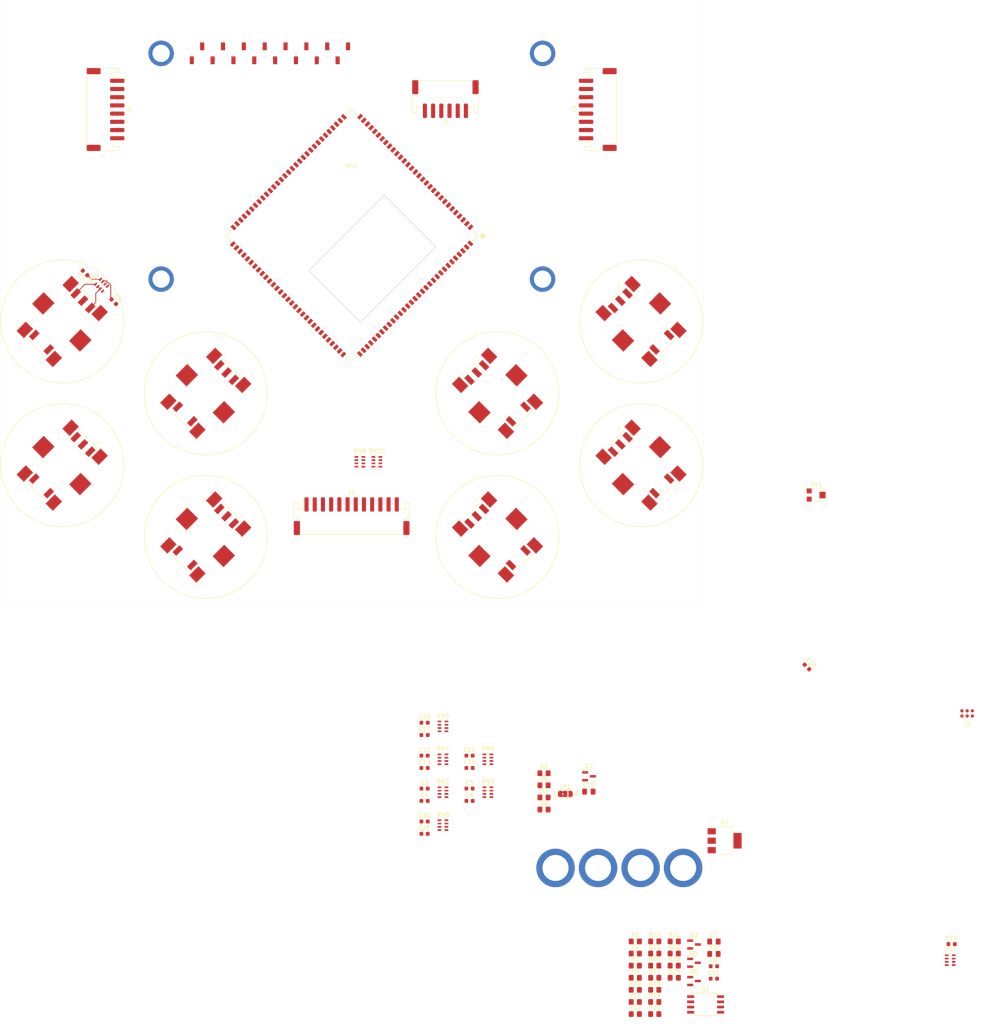
<source format=kicad_pcb>
(kicad_pcb (version 20221018) (generator pcbnew)
  (layers (0 "F.Cu" signal) (1 "In1.Cu" signal) (2 "In2.Cu" signal) (31 "B.Cu" signal) (34 "B.Paste" user) (35 "F.Paste" user) (36 "B.SilkS" user "B.Silkscreen") (37 "F.SilkS" user "F.Silkscreen") (38 "B.Mask" user) (39 "F.Mask" user) (44 "Edge.Cuts" user))
  (net 0 "")
  (net 1 "+5V")
  (net 2 "GND")
  (net 3 "+2V5")
  (net 4 "+3V3")
  (net 5 "Net-(DS2-V0)")
  (net 6 "/FPGA/lcd.rs")
  (net 10 "/FPGA/lcd.e")
  (net 11 "/FPGA/lcd.data0")
  (net 12 "/FPGA/lcd.data1")
  (net 13 "/FPGA/lcd.data2")
  (net 14 "Net-(DS2-K)")
  (net 15 "/FPGA/vol.quad")
  (net 16 "/FPGA/vol.sq")
  (net 17 "/FPGA/vol.zero")
  (net 18 "/FPGA/pitch.quad")
  (net 19 "/FPGA/pitch.sq")
  (net 20 "/FPGA/TMS")
  (net 21 "/FPGA/TDI")
  (net 22 "/FPGA/TCK")
  (net 23 "/FPGA/TDO")
  (net 24 "/FPGA/pitch.zero")
  (net 25 "/FPGA/tuner.oe")
  (net 26 "/FPGA/tuner.le")
  (net 27 "/FPGA/tuner.sda")
  (net 28 "/FPGA/tuner.scl")
  (net 29 "/FPGA/lcd.data3")
  (net 30 "uart_tx_5v")
  (net 31 "Net-(Q2-B)")
  (net 32 "Net-(Q2-E)")
  (net 33 "uart_rx_5v")
  (net 34 "midi_out_lo")
  (net 35 "mute_led")
  (net 36 "/uart_rx_3v")
  (net 37 "Net-(Q3-D)")
  (net 38 "/uart_tx_3v")
  (net 39 "Net-(Q4-D)")
  (net 40 "/midi_tx_n")
  (net 41 "Net-(Q5-D)")
  (net 42 "/FPGA/mem_spi.cs")
  (net 43 "midi_in")
  (net 44 "spdif_line")
  (net 45 "spdif_mon")
  (net 46 "acal_btn")
  (net 47 "mute_btn")
  (net 48 "/FPGA/mem_spi.do")
  (net 49 "Net-(U1-~{WP})")
  (net 50 "/FPGA/mem_spi.di")
  (net 51 "/FPGA/mem_spi.cl")
  (net 52 "Net-(U1-~{HOLD})")
  (net 53 "/spdif_tx_0")
  (net 54 "Net-(C9-Pad2)")
  (net 55 "Net-(C10-Pad1)")
  (net 56 "/spdif_tx_1")
  (net 57 "Net-(C11-Pad2)")
  (net 58 "/FPGA/lcd.pwm")
  (net 59 "/encoder/B1")
  (net 60 "/encoder/A1")
  (net 61 "enc_1.a")
  (net 62 "enc_1.b")
  (net 63 "enc_2.a")
  (net 64 "enc_2.b")
  (net 65 "enc_3.a")
  (net 66 "enc_3.b")
  (net 67 "enc_5.a")
  (net 68 "enc_5.b")
  (net 69 "enc_4.a")
  (net 70 "enc_4.b")
  (net 71 "enc_6.a")
  (net 72 "enc_6.b")
  (net 73 "enc_7.a")
  (net 74 "enc_7.b")
  (net 75 "/encoder1/B1")
  (net 76 "/encoder1/A1")
  (net 77 "/encoder2/B1")
  (net 78 "/encoder2/A1")
  (net 79 "/encoder3/B1")
  (net 80 "/encoder3/A1")
  (net 81 "/encoder4/B1")
  (net 82 "/encoder4/A1")
  (net 83 "/encoder7/B1")
  (net 84 "/encoder7/A1")
  (net 85 "/encoder5/B1")
  (net 86 "/encoder5/A1")
  (net 87 "/encoder6/B1")
  (net 88 "/encoder6/A1")
  (net 89 "enc_4.s")
  (net 93 "enc_8.a")
  (net 94 "enc_8.b")
  (net 108 "enc_2.s")
  (net 115 "enc_1.s")
  (net 122 "enc_3.s")
  (net 129 "enc_6.s")
  (net 136 "enc_5.s")
  (net 143 "enc_7.s")
  (net 150 "enc_8.s")
  (footprint "Resistor_SMD:R_0805_2012Metric_Pad1.20x1.40mm_HandSolder" (layer "F.Cu") (at 69.15 127.705)
    (fp_text reference "R9")
    (fp_text value "470")
  )
  (footprint "Package_TO_SOT_SMD:SOT-23" (layer "F.Cu") (at 57.87 78.625)
    (fp_text reference "Q2")
    (fp_text value "MMBT3904")
  )
  (footprint "d-lev:PEC11S-929K" (layer "F.Cu") (at 70.56 2.82 -135)
    (fp_text reference "SW7" hide)
    (fp_text value "RotaryEncoder_Switch" hide)
  )
  (footprint "d-lev:JST_PH_S8B-PH-SM4-TB_1x08-1MP_P2.00mm_Horizontal" (layer "F.Cu") (at 60 -83.82 90)
    (fp_text reference "J3")
    (fp_text value "S8B-PH-SM4-TB")
  )
  (footprint "Jumper:SolderJumper-3_P1.3mm_Bridged2Bar12_RoundedPad1.0x1.5mm_NumberLabels" (layer "F.Cu") (at 52.1 82.925)
    (fp_text reference "JP1")
    (fp_text value "LCD_VSEL")
  )
  (footprint "Resistor_SMD:R_Array_Concave_4x0603" (layer "F.Cu") (at 2 2)
    (fp_text reference "RN9")
    (fp_text value "4.7k")
  )
  (footprint "Resistor_SMD:R_0805_2012Metric_Pad1.20x1.40mm_HandSolder" (layer "F.Cu") (at 78.65 118.855)
    (fp_text reference "R21")
    (fp_text value "10k")
  )
  (footprint "Resistor_SMD:R_Array_Concave_4x0603" (layer "F.Cu") (at -61 -41 45)
    (fp_text reference "RN1")
    (fp_text value "4.7k")
  )
  (footprint "Package_SO:SOIC-8W_5.3x5.3mm_P1.27mm" (layer "F.Cu") (at 86.3 134.205)
    (fp_text reference "U1")
    (fp_text value "25LCxxx")
  )
  (footprint "d-lev:PEC11S-929K" (layer "F.Cu") (at -70.56 -32.18 135)
    (fp_text reference "SW1" hide)
    (fp_text value "RotaryEncoder_Switch" hide)
  )
  (footprint "Resistor_SMD:R_0805_2012Metric_Pad1.20x1.40mm_HandSolder" (layer "F.Cu") (at 78.65 124.755)
    (fp_text reference "R23")
    (fp_text value "1k")
  )
  (footprint "d-lev:SMTSO-M4" (layer "F.Cu") (at 60.08 90.95)
    (fp_text reference "H2" hide)
    (fp_text value "MountingHole_Pad")
  )
  (footprint "Capacitor_SMD:C_0805_2012Metric_Pad1.18x1.45mm_HandSolder" (layer "F.Cu") (at 57.83 82.355)
    (fp_text reference "C10")
    (fp_text value ".1u")
  )
  (footprint "Capacitor_SMD:C_0603_1608Metric" (layer "F.Cu") (at 88.32 127.915)
    (fp_text reference "C11")
    (fp_text value ".01u")
  )
  (footprint "Potentiometer_SMD:Potentiometer_Bourns_TC33X_Vertical" (layer "F.Cu") (at 113.35 10.1)
    (fp_text reference "RV1")
    (fp_text value "10K")
  )
  (footprint "Resistor_SMD:R_0805_2012Metric_Pad1.20x1.40mm_HandSolder" (layer "F.Cu") (at 46.9 80.825)
    (fp_text reference "R6")
    (fp_text value "22")
  )
  (footprint "d-lev:SMTSO-M3" (layer "F.Cu") (at -46.45 -97.5)
    (fp_text reference "H6" hide)
    (fp_text value "M3 Standoff")
  )
  (footprint "Resistor_SMD:R_0805_2012Metric_Pad1.20x1.40mm_HandSolder" (layer "F.Cu") (at 73.9 130.655)
    (fp_text reference "R18")
    (fp_text value "10k")
  )
  (footprint "Resistor_SMD:R_0805_2012Metric_Pad1.20x1.40mm_HandSolder" (layer "F.Cu") (at 69.15 136.555)
    (fp_text reference "R12")
    (fp_text value "470")
  )
  (footprint "Resistor_SMD:R_0805_2012Metric_Pad1.20x1.40mm_HandSolder" (layer "F.Cu") (at 69.15 133.605)
    (fp_text reference "R11")
    (fp_text value "470")
  )
  (footprint "Resistor_SMD:R_Array_Concave_4x0603" (layer "F.Cu") (at 22.26 66.47)
    (fp_text reference "RN6")
    (fp_text value "4.7k")
  )
  (footprint "Resistor_SMD:R_Array_Concave_4x0603" (layer "F.Cu") (at 6.15 2)
    (fp_text reference "RN10")
    (fp_text value "4.7k")
  )
  (footprint "Resistor_SMD:R_0805_2012Metric_Pad1.20x1.40mm_HandSolder" (layer "F.Cu") (at 69.15 121.805)
    (fp_text reference "R2")
    (fp_text value "10k")
  )
  (footprint "Resistor_SMD:R_Array_Concave_4x0603" (layer "F.Cu") (at 22.26 90.53)
    (fp_text reference "RN8")
    (fp_text value "4.7k")
  )
  (footprint "d-lev:PEC11S-929K" (layer "F.Cu") (at 70.56 -32.18 -135)
    (fp_text reference "SW5" hide)
    (fp_text value "RotaryEncoder_Switch" hide)
  )
  (footprint "d-lev:SMTSO-M3" (layer "F.Cu") (at 46.55 -42.5)
    (fp_text reference "H8" hide)
    (fp_text value "M3 Standoff")
  )
  (footprint "Resistor_SMD:R_0805_2012Metric_Pad1.20x1.40mm_HandSolder" (layer "F.Cu") (at 78.65 127.705)
    (fp_text reference "R24")
    (fp_text value "220")
  )
  (footprint "Capacitor_SMD:C_0603_1608Metric" (layer "F.Cu") (at 88.32 124.905)
    (fp_text reference "C9")
    (fp_text value ".01u")
  )
  (footprint "d-lev:JST_PH_S8B-PH-SM4-TB_1x08-1MP_P2.00mm_Horizontal" (layer "F.Cu") (at -60 -83.82 -90)
    (fp_text reference "J4")
    (fp_text value "S8B-PH-SM4-TB")
  )
  (footprint "Capacitor_SMD:C_0603_1608Metric" (layer "F.Cu") (at -65 -44 135)
    (fp_text reference "C2")
    (fp_text value ".01u")
  )
  (footprint "Resistor_SMD:R_0805_2012Metric_Pad1.20x1.40mm_HandSolder" (layer "F.Cu") (at 73.9 118.855)
    (fp_text reference "R14")
    (fp_text value "10k")
  )
  (footprint "Capacitor_SMD:C_0603_1608Metric" (layer "F.Cu") (at 17.78 65.57)
    (fp_text reference "C16")
    (fp_text value ".01u")
  )
  (footprint "Resistor_SMD:R_0805_2012Metric_Pad1.20x1.40mm_HandSolder" (layer "F.Cu") (at 73.9 127.705)
    (fp_text reference "R17")
    (fp_text value "10k")
  )
  (footprint "d-lev:PEC11S-929K" (layer "F.Cu") (at -35.56 20.32 135)
    (fp_text reference "SW4" hide)
    (fp_text value "RotaryEncoder_Switch" hide)
  )
  (footprint "Resistor_SMD:R_0805_2012Metric_Pad1.20x1.40mm_HandSolder" (layer "F.Cu") (at 73.9 124.755)
    (fp_text reference "R16")
    (fp_text value "10k")
  )
  (footprint "Resistor_SMD:R_0805_2012Metric_Pad1.20x1.40mm_HandSolder" (layer "F.Cu") (at 69.15 124.755)
    (fp_text reference "R3")
    (fp_text value "10k")
  )
  (footprint "Capacitor_SMD:C_0603_1608Metric" (layer "F.Cu") (at -58 -37 -45)
    (fp_text reference "C1")
    (fp_text value ".01u")
  )
  (footprint "Resistor_SMD:R_Array_Concave_4x0603" (layer "F.Cu") (at 33.22 74.49)
    (fp_text reference "RN5")
    (fp_text value "4.7k")
  )
  (footprint "Resistor_SMD:R_0805_2012Metric_Pad1.20x1.40mm_HandSolder" (layer "F.Cu") (at 69.15 130.655)
    (fp_text reference "R10")
    (fp_text value "470")
  )
  (footprint "Package_TO_SOT_SMD:SOT-23" (layer "F.Cu") (at 83.47 124.055)
    (fp_text reference "Q4")
    (fp_text value "BSS138")
  )
  (footprint "Package_TO_SOT_SMD:SOT-23" (layer "F.Cu") (at 83.47 128.505)
    (fp_text reference "Q5")
    (fp_text value "BSS138")
  )
  (footprint "Capacitor_SMD:C_0805_2012Metric_Pad1.18x1.45mm_HandSolder" (layer "F.Cu") (at 88.32 118.885)
    (fp_text reference "C7")
    (fp_text value "22u")
  )
  (footprint "Capacitor_SMD:C_0603_1608Metric" (layer "F.Cu") (at 146.27 119.515)
    (fp_text reference "C19")
    (fp_text value ".01u")
  )
  (footprint "Resistor_SMD:R_0805_2012Metric_Pad1.20x1.40mm_HandSolder" (layer "F.Cu") (at 69.15 118.855)
    (fp_text reference "R1")
    (fp_text value "10k")
  )
  (footprint "Resistor_SMD:R_Array_Concave_4x0603" (layer "F.Cu") (at 145.94 123.425)
    (fp_text reference "RN7")
    (fp_text value "4.7k")
  )
  (footprint "d-lev:SMTSO-M4" (layer "F.Cu") (at 49.71 90.95)
    (fp_text reference "H1" hide)
    (fp_text value "MountingHole_Pad")
  )
  (footprint "Capacitor_SMD:C_0805_2012Metric_Pad1.18x1.45mm_HandSolder" (layer "F.Cu") (at 88.32 121.895)
    (fp_text reference "C8")
    (fp_text value "22u")
  )
  (footprint "d-lev:ERM2004-2" (layer "F.Cu") (at 0 -70)
    (fp_text reference "DS2")
    (fp_text value "LCD-20X4B")
  )
  (footprint "Capacitor_SMD:C_0603_1608Metric" (layer "F.Cu") (at 17.78 92.64)
    (fp_text reference "C21")
    (fp_text value ".01u")
  )
  (footprint "Capacitor_SMD:C_0603_1608Metric" (layer "F.Cu") (at 17.78 73.59)
    (fp_text reference "C12")
    (fp_text value ".01u")
  )
  (footprint "d-lev:SMTSO-M4" (layer "F.Cu") (at 70.45 90.95)
    (fp_text reference "H3" hide)
    (fp_text value "MountingHole_Pad")
  )
  (footprint "Capacitor_SMD:C_0603_1608Metric" (layer "F.Cu") (at 17.78 81.61)
    (fp_text reference "C3")
    (fp_text value ".01u")
  )
  (footprint "Capacitor_SMD:C_0603_1608Metric" (layer "F.Cu") (at 17.78 89.63)
    (fp_text reference "C20")
    (fp_text value ".01u")
  )
  (footprint "Package_TO_SOT_SMD:SOT-23" (layer "F.Cu") (at 83.47 119.605)
    (fp_text reference "Q3")
    (fp_text value "BSS138")
  )
  (footprint "Resistor_SMD:R_0805_2012Metric_Pad1.20x1.40mm_HandSolder" (layer "F.Cu") (at 46.9 77.875)
    (fp_text reference "R5")
    (fp_text value "1k")
  )
  (footprint "Resistor_SMD:R_Array_Concave_4x0603" (layer "F.Cu") (at 22.26 74.49)
    (fp_text reference "RN4")
    (fp_text value "4.7k")
  )
  (footprint "d-lev:PEC11S-929K" (layer "F.Cu") (at -35.56 -14.68 135)
    (fp_text reference "SW2" hide)
    (fp_text value "RotaryEncoder_Switch" hide)
  )
  (footprint "Resistor_SMD:R_0805_2012Metric_Pad1.20x1.40mm_HandSolder" (layer "F.Cu") (at 78.65 121.805)
    (fp_text reference "R22")
    (fp_text value "1k")
  )
  (footprint "d-lev:PEC11S-929K" (layer "F.Cu") (at 35.56 -14.68 -135)
    (fp_text reference "SW6" hide)
    (fp_text value "RotaryEncoder_Switch" hide)
  )
  (footprint "Capacitor_SMD:C_0603_1608Metric" (layer "F.Cu") (at 17.78 84.62)
    (fp_text reference "C4")
    (fp_text value ".01u")
  )
  (footprint "Resistor_SMD:R_Array_Concave_4x0603" (layer "F.Cu") (at 22.26 82.51)
    (fp_text reference "RN2")
    (fp_text value "4.7k")
  )
  (footprint "Connector:Tag-Connect_TC2030-IDC-NL_2x03_P1.27mm_Vertical" (layer "F.Cu") (at 150.06 63.305)
    (fp_text reference "J2")
    (fp_text value "Tag-Connect TC2030-NL")
  )
  (footprint "Resistor_SMD:R_0805_2012Metric_Pad1.20x1.40mm_HandSolder" (layer "F.Cu") (at 46.9 83.775)
    (fp_text reference "R7")
    (fp_text value "1k")
  )
  (footprint "Capacitor_SMD:C_0603_1608Metric" (layer "F.Cu") (at 17.78 68.58)
    (fp_text reference "C17")
    (fp_text value ".01u")
  )
  (footprint "Capacitor_SMD:C_0603_1608Metric" (layer "F.Cu") (at 28.74 73.59)
    (fp_text reference "C14")
    (fp_text value ".01u")
  )
  (footprint "Resistor_SMD:R_0805_2012Metric_Pad1.20x1.40mm_HandSolder" (layer "F.Cu") (at 46.9 86.725)
    (fp_text reference "R8")
    (fp_text value "1k")
  )
  (footprint "d-lev:JST_PH_S12B-PH-SM4-TB_1x12-1MP_P2.00mm_Horizontal" (layer "F.Cu") (at 0 15.24)
    (fp_text reference "J1")
    (fp_text value "Conn_01x12_MountingPin")
  )
  (footprint "Resistor_SMD:R_Array_Concave_4x0603" (layer "F.Cu") (at 33.22 82.51)
    (fp_text reference "RN3")
    (fp_text value "4.7k")
  )
  (footprint "Capacitor_SMD:C_0603_1608Metric" (layer "F.Cu") (at 28.74 84.62)
    (fp_text reference "C6")
    (fp_text value ".01u")
  )
  (footprint "Capacitor_SMD:C_0603_1608Metric" (layer "F.Cu") (at 28.74 81.61)
    (fp_text reference "C5")
    (fp_text value ".01u")
  )
  (footprint "Resistor_SMD:R_0805_2012Metric_Pad1.20x1.40mm_HandSolder" (layer "F.Cu") (at 73.9 121.805)
    (fp_text reference "R15")
    (fp_text value "10k")
  )
  (footprint "d-lev:PEC11S-929K" (layer "F.Cu") (at -70.56 2.82 135)
    (fp_text reference "SW3" hide)
    (fp_text value "RotaryEncoder_Switch" hide)
  )
  (footprint "d-lev:SMTSO-M3" (layer "F.Cu") (at 46.55 -97.5)
    (fp_text reference "H5" hide)
    (fp_text value "M3 Standoff")
  )
  (footprint "d-lev:SMTSO-M4" (layer "F.Cu") (at 80.82 90.95)
    (fp_text reference "H4" hide)
    (fp_text value "MountingHole_Pad")
  )
  (footprint "Resistor_SMD:R_0805_2012Metric_Pad1.20x1.40mm_HandSolder" (layer "F.Cu") (at 73.9 136.555)
    (fp_text reference "R20")
    (fp_text value "10k")
  )
  (footprint "Capacitor_SMD:C_0603_1608Metric" (layer "F.Cu") (at 111 52 -45)
    (fp_text reference "C18")
    (fp_text value ".01u")
  )
  (footprint "d-lev:ac608-toponly" (layer "F.Cu") (at 0 -22.358772 45)
    (fp_text reference "U3")
    (fp_text value "AC608" hide)
    (fp_rect (start 34.344 -5.311) (end 8.309 -23.091) (stroke (width 0.12)) (fill none) (layer "Edge.Cuts"))
  )
  (footprint "Resistor_SMD:R_0805_2012Metric_Pad1.20x1.40mm_HandSolder" (layer "F.Cu") (at 73.9 133.605)
    (fp_text reference "R19")
    (fp_text value "10k")
  )
  (footprint "d-lev:PEC11S-929K" (layer "F.Cu") (at 35.56 20.32 -135)
    (fp_text reference "SW8" hide)
    (fp_text value "RotaryEncoder_Switch" hide)
  )
  (footprint "d-lev:SMTSO-M3" (layer "F.Cu") (at -46.45 -42.5)
    (fp_text reference "H7" hide)
    (fp_text value "M3 Standoff")
  )
  (footprint "Package_TO_SOT_SMD:SOT-223-3_TabPin2" (layer "F.Cu") (at 90.93 94.325)
    (fp_text reference "U2")
    (fp_text value "AMS1117-3.3")
  )
  (footprint "d-lev:JST_PH_S6B-PH-SM4-TB_1x06-1MP_P2.00mm_Horizontal" (layer "F.Cu") (at 22.86 -86.36 180)
    (fp_text reference "J5")
    (fp_text value "Conn_01x06_MountingPin")
  )
  (footprint "Capacitor_SMD:C_0603_1608Metric" (layer "F.Cu") (at 28.74 76.6)
    (fp_text reference "C15")
    (fp_text value ".01u")
  )
  (footprint "Capacitor_SMD:C_0603_1608Metric" (layer "F.Cu") (at 17.78 76.6)
    (fp_text reference "C13")
    (fp_text value ".01u")
  )
  (gr_rect (start -85.725 -110.49) (end 85.725 36.195) (stroke (width 0.02)) (fill none) (layer "Edge.Cuts"))
  (segment (start -60.487868 -42.077817) (end -60.681802 -41.883883) (width 0.2) (layer "F.Cu") (net 63))
  (segment (start -59.815076 -42.077817) (end -60.487868 -42.077817) (width 0.2) (layer "F.Cu") (net 63))
  (segment (start -58.733623 -40.996365) (end -59.815076 -42.077817) (width 0.2) (layer "F.Cu") (net 63))
  (segment (start -58.733623 -37.733623) (end -58.733623 -40.996365) (width 0.2) (layer "F.Cu") (net 63))
  (segment (start -63.449569 -42.449569) (end -61.247487 -42.449569) (width 0.2) (layer "F.Cu") (net 64))
  (segment (start -64.266377 -43.266377) (end -63.449569 -42.449569) (width 0.2) (layer "F.Cu") (net 64))
  (segment (start -65.028046 -41.247487) (end -62.449569 -41.247487) (width 0.2) (layer "F.Cu") (net 75))
  (segment (start -67.271953 -39.00358) (end -65.028046 -41.247487) (width 0.2) (layer "F.Cu") (net 75))
  (segment (start -62.4 -39.034315) (end -61.318198 -40.116117) (width 0.2) (layer "F.Cu") (net 76))
  (segment (start -62.4 -36.804467) (end -62.4 -39.034315) (width 0.2) (layer "F.Cu") (net 76))
  (segment (start -61.318198 -40.116117) (end -61.883883 -40.681802) (width 0.2) (layer "F.Cu") (net 76))
  (segment (start -63.73642 -35.468047) (end -62.4 -36.804467) (width 0.2) (layer "F.Cu") (net 76))
)
</source>
